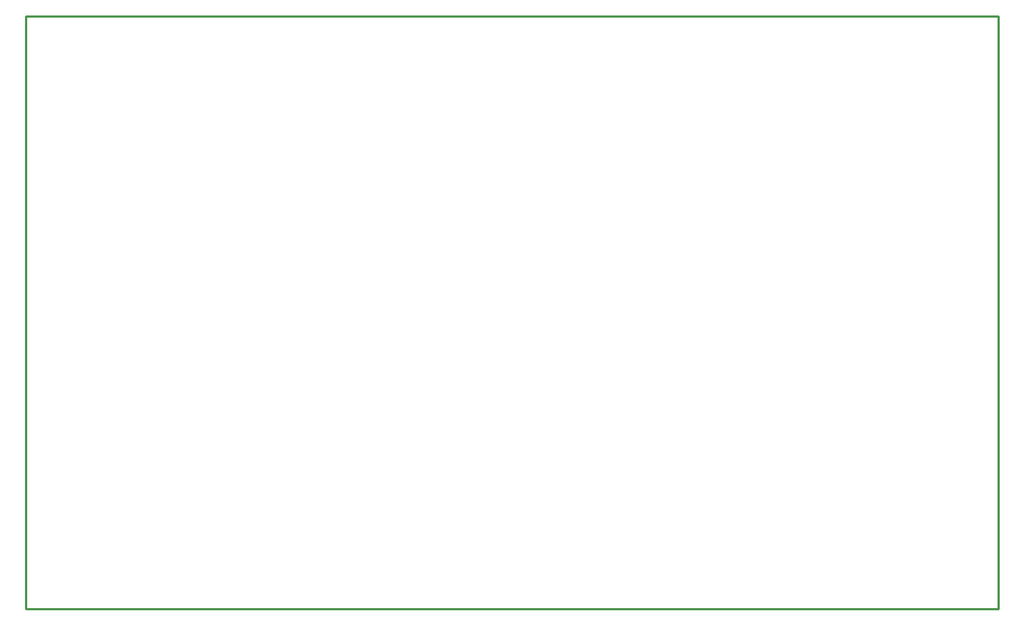
<source format=gko>
G04 Layer_Color=16711935*
%FSLAX44Y44*%
%MOMM*%
G71*
G01*
G75*
%ADD46C,0.2500*%
D46*
X265000Y677000D02*
X1385000Y677000D01*
Y1360000D01*
X265000D02*
X1385000D01*
X265000Y677000D02*
Y1360000D01*
M02*

</source>
